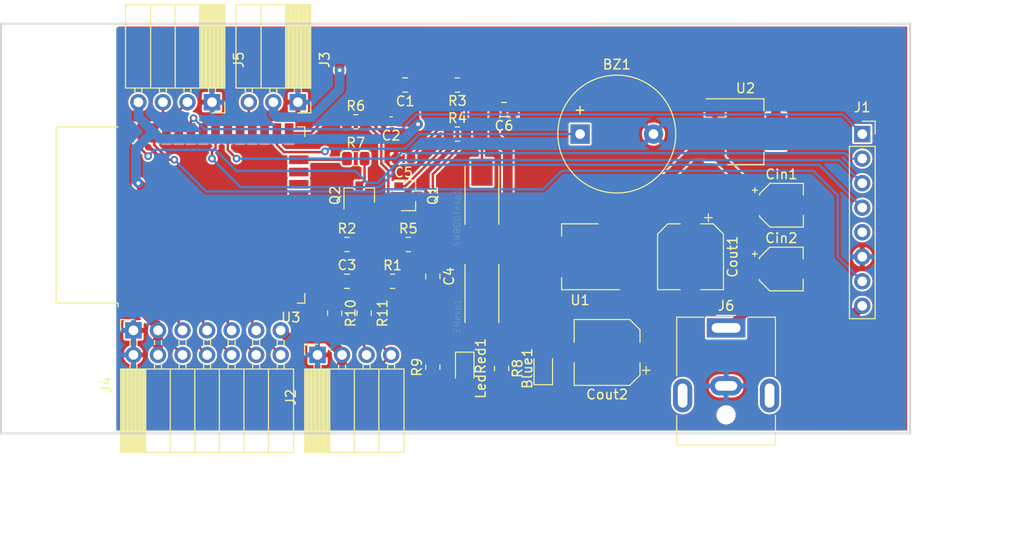
<source format=kicad_pcb>
(kicad_pcb (version 20171130) (host pcbnew "(5.1.9)-1")
  (layers (0 F.Cu signal) (31 B.Cu signal) (34 B.Paste user) (35 F.Paste user) (36 B.SilkS user) (37 F.SilkS user) (38 B.Mask user) (39 F.Mask user) (44 Edge.Cuts user))
  (net 0 "")
  (net 1 "Net-(Blue1-Pad1)")
  (net 2 /IO13)
  (net 3 /BUZ)
  (net 4 GND)
  (net 5 +3V3)
  (net 6 /esp32-wroom/EN)
  (net 7 "Net-(C4-Pad1)")
  (net 8 "Net-(C5-Pad1)")
  (net 9 +12V)
  (net 10 +5V)
  (net 11 /SDAspi)
  (net 12 /SCK)
  (net 13 /MOSI)
  (net 14 /MISO)
  (net 15 "Net-(J1-Pad5)")
  (net 16 /RST)
  (net 17 /SDAi2c)
  (net 18 /SCLi2c)
  (net 19 /OBS)
  (net 20 /IO27)
  (net 21 /IO32)
  (net 22 /IO15)
  (net 23 /IO33)
  (net 24 /IO16)
  (net 25 /IO34)
  (net 26 /IO17)
  (net 27 /IO35)
  (net 28 /IO25)
  (net 29 /sensVP)
  (net 30 /IO26)
  (net 31 /sensVN)
  (net 32 /RXD0)
  (net 33 /TXD0)
  (net 34 "Net-(LedRed1-Pad2)")
  (net 35 "Net-(Q1-Pad3)")
  (net 36 "Net-(Q1-Pad1)")
  (net 37 "Net-(Q2-Pad1)")
  (net 38 "Net-(Q2-Pad3)")
  (net 39 "Net-(U3-Pad17)")
  (net 40 "Net-(U3-Pad18)")
  (net 41 "Net-(U3-Pad19)")
  (net 42 "Net-(U3-Pad20)")
  (net 43 "Net-(U3-Pad21)")
  (net 44 "Net-(U3-Pad22)")
  (net 45 /esp32-wroom/IO2)
  (net 46 /esp32-wroom/IO0)
  (net 47 "Net-(U3-Pad32)")
  (net 48 "Net-(U2-Pad2)")
  (module Connector_PinSocket_2.54mm:PinSocket_1x03_P2.54mm_Horizontal (layer F.Cu) (at 59.69 89.408 270)
    (fp_text reference J3 (at -4.38 -2.77 90) (layer F.SilkS))
    (fp_text value Conn_01x03)
    (pad 3 thru_hole oval (at 0 5.08 270) (size 1.7 1.7) (drill 1) (layers *.Cu *.Mask) (net 19 /OBS))
    (pad 2 thru_hole oval (at 0 2.54 270) (size 1.7 1.7) (drill 1) (layers *.Cu *.Mask) (net 10 +5V))
    (pad 1 thru_hole rect (at 0 0 270) (size 1.7 1.7) (drill 1) (layers *.Cu *.Mask) (net 4 GND))
  )
  (module Connector_PinSocket_2.54mm:PinSocket_1x04_P2.54mm_Horizontal (layer F.Cu) (at 50.8 89.408 270)
    (fp_text reference J5 (at -4.38 -2.77 90) (layer F.SilkS))
    (fp_text value Conn_01x04)
    (pad 4 thru_hole oval (at 0 7.62 270) (size 1.7 1.7) (drill 1) (layers *.Cu *.Mask) (net 5 +3V3))
    (pad 3 thru_hole oval (at 0 5.08 270) (size 1.7 1.7) (drill 1) (layers *.Cu *.Mask) (net 33 /TXD0))
    (pad 2 thru_hole oval (at 0 2.54 270) (size 1.7 1.7) (drill 1) (layers *.Cu *.Mask) (net 32 /RXD0))
    (pad 1 thru_hole rect (at 0 0 270) (size 1.7 1.7) (drill 1) (layers *.Cu *.Mask) (net 4 GND))
  )
  (module Connector_PinSocket_2.54mm:PinSocket_1x04_P2.54mm_Horizontal (layer F.Cu) (at 61.722 115.57 90)
    (fp_text reference J2 (at -4.38 -2.77 90) (layer F.SilkS))
    (fp_text value Conn_01x04_MountingPin)
    (pad 4 thru_hole oval (at 0 7.62 90) (size 1.7 1.7) (drill 1) (layers *.Cu *.Mask) (net 18 /SCLi2c))
    (pad 3 thru_hole oval (at 0 5.08 90) (size 1.7 1.7) (drill 1) (layers *.Cu *.Mask) (net 17 /SDAi2c))
    (pad 2 thru_hole oval (at 0 2.54 90) (size 1.7 1.7) (drill 1) (layers *.Cu *.Mask) (net 10 +5V))
    (pad 1 thru_hole rect (at 0 0 90) (size 1.7 1.7) (drill 1) (layers *.Cu *.Mask) (net 4 GND))
  )
  (module Connector_PinSocket_2.54mm:PinSocket_2x07_P2.54mm_Horizontal (layer F.Cu) (at 42.672 113.03 90)
    (fp_text reference J4 (at -5.65 -2.77 90) (layer F.SilkS))
    (fp_text value Conn_2Rows-15Pins)
    (pad 14 thru_hole oval (at -2.54 15.24 90) (size 1.7 1.7) (drill 1) (layers *.Cu *.Mask) (net 20 /IO27))
    (pad 13 thru_hole oval (at 0 15.24 90) (size 1.7 1.7) (drill 1) (layers *.Cu *.Mask) (net 10 +5V))
    (pad 12 thru_hole oval (at -2.54 12.7 90) (size 1.7 1.7) (drill 1) (layers *.Cu *.Mask) (net 28 /IO25))
    (pad 11 thru_hole oval (at 0 12.7 90) (size 1.7 1.7) (drill 1) (layers *.Cu *.Mask) (net 30 /IO26))
    (pad 10 thru_hole oval (at -2.54 10.16 90) (size 1.7 1.7) (drill 1) (layers *.Cu *.Mask) (net 21 /IO32))
    (pad 9 thru_hole oval (at 0 10.16 90) (size 1.7 1.7) (drill 1) (layers *.Cu *.Mask) (net 23 /IO33))
    (pad 8 thru_hole oval (at -2.54 7.62 90) (size 1.7 1.7) (drill 1) (layers *.Cu *.Mask) (net 25 /IO34))
    (pad 7 thru_hole oval (at 0 7.62 90) (size 1.7 1.7) (drill 1) (layers *.Cu *.Mask) (net 27 /IO35))
    (pad 6 thru_hole oval (at -2.54 5.08 90) (size 1.7 1.7) (drill 1) (layers *.Cu *.Mask) (net 29 /sensVP))
    (pad 5 thru_hole oval (at 0 5.08 90) (size 1.7 1.7) (drill 1) (layers *.Cu *.Mask) (net 31 /sensVN))
    (pad 4 thru_hole oval (at -2.54 2.54 90) (size 1.7 1.7) (drill 1) (layers *.Cu *.Mask) (net 5 +3V3))
    (pad 3 thru_hole oval (at 0 2.54 90) (size 1.7 1.7) (drill 1) (layers *.Cu *.Mask) (net 5 +3V3))
    (pad 2 thru_hole oval (at -2.54 0 90) (size 1.7 1.7) (drill 1) (layers *.Cu *.Mask) (net 4 GND))
    (pad 1 thru_hole rect (at 0 0 90) (size 1.7 1.7) (drill 1) (layers *.Cu *.Mask) (net 4 GND))
  )
  (module Connector_BarrelJack:BarrelJack_CUI_PJ-063AH_Horizontal (layer F.Cu) (at 104.013 112.776)
    (fp_text reference J6 (at 0 -2.3) (layer F.SilkS))
    (fp_text value Conn_01x02)
    (pad "" np_thru_hole circle (at 0 9) (size 1.6 1.6) (drill 1.6) (layers *.Cu *.Mask))
    (pad MP thru_hole oval (at 4.5 7) (size 2 3.5) (drill oval 1 2.5) (layers *.Cu *.Mask))
    (pad MP thru_hole oval (at -4.5 7) (size 2 3.5) (drill oval 1 2.5) (layers *.Cu *.Mask))
    (pad 2 thru_hole oval (at 0 6) (size 3.3 2) (drill oval 2.3 1) (layers *.Cu *.Mask) (net 4 GND))
    (pad 1 thru_hole rect (at 0 0) (size 4 2) (drill oval 3 1) (layers *.Cu *.Mask) (net 9 +12V))
  )
  (module Package_TO_SOT_SMD:SOT-223 (layer F.Cu) (at 106.02 92.47)
    (fp_text reference U2 (at 0 -4.5) (layer F.SilkS))
    (fp_text value TLV1117-50)
    (pad 4 smd rect (at 3.15 0) (size 2 3.8) (layers F.Cu F.Paste F.Mask) (net 10 +5V))
    (pad 2 smd rect (at -3.15 0) (size 2 1.5) (layers F.Cu F.Paste F.Mask) (net 48 "Net-(U2-Pad2)"))
    (pad 3 smd rect (at -3.15 2.3) (size 2 1.5) (layers F.Cu F.Paste F.Mask) (net 9 +12V))
    (pad 1 smd rect (at -3.15 -2.3) (size 2 1.5) (layers F.Cu F.Paste F.Mask) (net 4 GND))
  )
  (module RF_Module:ESP32-WROOM-32 (layer F.Cu) (at 50.53 101.085 90)
    (fp_text reference U3 (at -10.61 8.43) (layer F.SilkS))
    (fp_text value ESP32-WROOM-32)
    (pad 39 smd rect (at -1 -0.755 90) (size 5 5) (layers F.Cu F.Paste F.Mask) (net 4 GND))
    (pad 1 smd rect (at -8.5 -8.255 90) (size 2 0.9) (layers F.Cu F.Paste F.Mask) (net 4 GND))
    (pad 2 smd rect (at -8.5 -6.985 90) (size 2 0.9) (layers F.Cu F.Paste F.Mask) (net 5 +3V3))
    (pad 3 smd rect (at -8.5 -5.715 90) (size 2 0.9) (layers F.Cu F.Paste F.Mask) (net 6 /esp32-wroom/EN))
    (pad 4 smd rect (at -8.5 -4.445 90) (size 2 0.9) (layers F.Cu F.Paste F.Mask) (net 29 /sensVP))
    (pad 5 smd rect (at -8.5 -3.175 90) (size 2 0.9) (layers F.Cu F.Paste F.Mask) (net 31 /sensVN))
    (pad 6 smd rect (at -8.5 -1.905 90) (size 2 0.9) (layers F.Cu F.Paste F.Mask) (net 25 /IO34))
    (pad 7 smd rect (at -8.5 -0.635 90) (size 2 0.9) (layers F.Cu F.Paste F.Mask) (net 27 /IO35))
    (pad 8 smd rect (at -8.5 0.635 90) (size 2 0.9) (layers F.Cu F.Paste F.Mask) (net 21 /IO32))
    (pad 9 smd rect (at -8.5 1.905 90) (size 2 0.9) (layers F.Cu F.Paste F.Mask) (net 23 /IO33))
    (pad 10 smd rect (at -8.5 3.175 90) (size 2 0.9) (layers F.Cu F.Paste F.Mask) (net 28 /IO25))
    (pad 11 smd rect (at -8.5 4.445 90) (size 2 0.9) (layers F.Cu F.Paste F.Mask) (net 30 /IO26))
    (pad 12 smd rect (at -8.5 5.715 90) (size 2 0.9) (layers F.Cu F.Paste F.Mask) (net 20 /IO27))
    (pad 13 smd rect (at -8.5 6.985 90) (size 2 0.9) (layers F.Cu F.Paste F.Mask) (net 18 /SCLi2c))
    (pad 14 smd rect (at -8.5 8.255 90) (size 2 0.9) (layers F.Cu F.Paste F.Mask) (net 17 /SDAi2c))
    (pad 15 smd rect (at -5.715 9.255 180) (size 2 0.9) (layers F.Cu F.Paste F.Mask) (net 4 GND))
    (pad 16 smd rect (at -4.445 9.255 180) (size 2 0.9) (layers F.Cu F.Paste F.Mask) (net 2 /IO13))
    (pad 17 smd rect (at -3.175 9.255 180) (size 2 0.9) (layers F.Cu F.Paste F.Mask) (net 39 "Net-(U3-Pad17)"))
    (pad 18 smd rect (at -1.905 9.255 180) (size 2 0.9) (layers F.Cu F.Paste F.Mask) (net 40 "Net-(U3-Pad18)"))
    (pad 19 smd rect (at -0.635 9.255 180) (size 2 0.9) (layers F.Cu F.Paste F.Mask) (net 41 "Net-(U3-Pad19)"))
    (pad 20 smd rect (at 0.635 9.255 180) (size 2 0.9) (layers F.Cu F.Paste F.Mask) (net 42 "Net-(U3-Pad20)"))
    (pad 21 smd rect (at 1.905 9.255 180) (size 2 0.9) (layers F.Cu F.Paste F.Mask) (net 43 "Net-(U3-Pad21)"))
    (pad 22 smd rect (at 3.175 9.255 180) (size 2 0.9) (layers F.Cu F.Paste F.Mask) (net 44 "Net-(U3-Pad22)"))
    (pad 23 smd rect (at 4.445 9.255 180) (size 2 0.9) (layers F.Cu F.Paste F.Mask) (net 22 /IO15))
    (pad 24 smd rect (at 5.715 9.255 180) (size 2 0.9) (layers F.Cu F.Paste F.Mask) (net 45 /esp32-wroom/IO2))
    (pad 25 smd rect (at 8.5 8.255 90) (size 2 0.9) (layers F.Cu F.Paste F.Mask) (net 46 /esp32-wroom/IO0))
    (pad 26 smd rect (at 8.5 6.985 90) (size 2 0.9) (layers F.Cu F.Paste F.Mask) (net 3 /BUZ))
    (pad 27 smd rect (at 8.5 5.715 90) (size 2 0.9) (layers F.Cu F.Paste F.Mask) (net 24 /IO16))
    (pad 28 smd rect (at 8.5 4.445 90) (size 2 0.9) (layers F.Cu F.Paste F.Mask) (net 26 /IO17))
    (pad 29 smd rect (at 8.5 3.175 90) (size 2 0.9) (layers F.Cu F.Paste F.Mask) (net 19 /OBS))
    (pad 30 smd rect (at 8.5 1.905 90) (size 2 0.9) (layers F.Cu F.Paste F.Mask) (net 12 /SCK))
    (pad 31 smd rect (at 8.5 0.635 90) (size 2 0.9) (layers F.Cu F.Paste F.Mask) (net 14 /MISO))
    (pad 32 smd rect (at 8.5 -0.635 90) (size 2 0.9) (layers F.Cu F.Paste F.Mask) (net 47 "Net-(U3-Pad32)"))
    (pad 33 smd rect (at 8.5 -1.905 90) (size 2 0.9) (layers F.Cu F.Paste F.Mask) (net 11 /SDAspi))
    (pad 34 smd rect (at 8.5 -3.175 90) (size 2 0.9) (layers F.Cu F.Paste F.Mask) (net 32 /RXD0))
    (pad 35 smd rect (at 8.5 -4.445 90) (size 2 0.9) (layers F.Cu F.Paste F.Mask) (net 33 /TXD0))
    (pad 36 smd rect (at 8.5 -5.715 90) (size 2 0.9) (layers F.Cu F.Paste F.Mask) (net 16 /RST))
    (pad 37 smd rect (at 8.5 -6.985 90) (size 2 0.9) (layers F.Cu F.Paste F.Mask) (net 13 /MOSI))
    (pad 38 smd rect (at 8.5 -8.255 90) (size 2 0.9) (layers F.Cu F.Paste F.Mask) (net 4 GND))
  )
  (module Resistor_SMD:R_0805_2012Metric (layer F.Cu) (at 65.6825 95.25)
    (fp_text reference R7 (at 0 -1.65) (layer F.SilkS))
    (fp_text value 0R)
    (pad 2 smd roundrect (at 0.9125 0) (size 1.025 1.4) (layers F.Cu F.Paste F.Mask) (roundrect_rratio 0.2439014634146341) (net 38 "Net-(Q2-Pad3)"))
    (pad 1 smd roundrect (at -0.9125 0) (size 1.025 1.4) (layers F.Cu F.Paste F.Mask) (roundrect_rratio 0.2439014634146341) (net 45 /esp32-wroom/IO2))
  )
  (module Resistor_SMD:R_0805_2012Metric (layer F.Cu) (at 65.6825 91.44)
    (fp_text reference R6 (at 0 -1.65) (layer F.SilkS))
    (fp_text value 0R)
    (pad 2 smd roundrect (at 0.9125 0) (size 1.025 1.4) (layers F.Cu F.Paste F.Mask) (roundrect_rratio 0.2439014634146341) (net 35 "Net-(Q1-Pad3)"))
    (pad 1 smd roundrect (at -0.9125 0) (size 1.025 1.4) (layers F.Cu F.Paste F.Mask) (roundrect_rratio 0.2439014634146341) (net 46 /esp32-wroom/IO0))
  )
  (module Resistor_SMD:R_0805_2012Metric (layer F.Cu) (at 64.77 104.14)
    (fp_text reference R2 (at 0 -1.65) (layer F.SilkS))
    (fp_text value 0R)
    (pad 2 smd roundrect (at 0.9125 0) (size 1.025 1.4) (layers F.Cu F.Paste F.Mask) (roundrect_rratio 0.2439014634146341) (net 7 "Net-(C4-Pad1)"))
    (pad 1 smd roundrect (at -0.9125 0) (size 1.025 1.4) (layers F.Cu F.Paste F.Mask) (roundrect_rratio 0.2439014634146341) (net 6 /esp32-wroom/EN))
  )
  (module Connector_PinSocket_2.54mm:PinSocket_1x08_P2.54mm_Vertical (layer F.Cu) (at 118.11 92.71)
    (fp_text reference J1 (at 0 -2.77) (layer F.SilkS))
    (fp_text value Conn_01x08_RC522)
    (pad 8 thru_hole oval (at 0 17.78) (size 1.7 1.7) (drill 1) (layers *.Cu *.Mask) (net 5 +3V3))
    (pad 7 thru_hole oval (at 0 15.24) (size 1.7 1.7) (drill 1) (layers *.Cu *.Mask) (net 16 /RST))
    (pad 6 thru_hole oval (at 0 12.7) (size 1.7 1.7) (drill 1) (layers *.Cu *.Mask) (net 4 GND))
    (pad 5 thru_hole oval (at 0 10.16) (size 1.7 1.7) (drill 1) (layers *.Cu *.Mask) (net 15 "Net-(J1-Pad5)"))
    (pad 4 thru_hole oval (at 0 7.62) (size 1.7 1.7) (drill 1) (layers *.Cu *.Mask) (net 14 /MISO))
    (pad 3 thru_hole oval (at 0 5.08) (size 1.7 1.7) (drill 1) (layers *.Cu *.Mask) (net 13 /MOSI))
    (pad 2 thru_hole oval (at 0 2.54) (size 1.7 1.7) (drill 1) (layers *.Cu *.Mask) (net 12 /SCK))
    (pad 1 thru_hole rect (at 0 0) (size 1.7 1.7) (drill 1) (layers *.Cu *.Mask) (net 11 /SDAspi))
  )
  (module LED_SMD:LED_0805_2012Metric (layer F.Cu) (at 85.09 116.967 90)
    (fp_text reference Blue1 (at 0 -1.65 90) (layer F.SilkS))
    (fp_text value LED_Small)
    (pad 1 smd roundrect (at -0.9375 0 90) (size 0.975 1.4) (layers F.Cu F.Paste F.Mask) (net 1 "Net-(Blue1-Pad1)"))
    (pad 2 smd roundrect (at 0.9375 0 90) (size 0.975 1.4) (layers F.Cu F.Paste F.Mask) (net 2 /IO13))
  )
  (module Buzzer_Beeper:Buzzer_12x9.5RM7.6 (layer F.Cu) (at 88.9 92.71)
    (fp_text reference BZ1 (at 3.8 -7.2) (layer F.SilkS))
    (fp_text value Buzzer)
    (fp_text user + (at -0.01 -2.54) (layer F.SilkS))
    (pad 1 thru_hole rect (at 0 0) (size 2 2) (drill 1) (layers *.Cu *.Mask) (net 3 /BUZ))
    (pad 2 thru_hole circle (at 7.6 0) (size 2 2) (drill 1) (layers *.Cu *.Mask) (net 4 GND))
  )
  (module Capacitor_SMD:C_0805_2012Metric (layer F.Cu) (at 70.8 87.63 180)
    (fp_text reference C1 (at 0 -1.68) (layer F.SilkS))
    (fp_text value 0.1uF)
    (pad 1 smd roundrect (at -0.95 0 180) (size 1 1.45) (layers F.Cu F.Paste F.Mask) (net 5 +3V3))
    (pad 2 smd roundrect (at 0.95 0 180) (size 1 1.45) (layers F.Cu F.Paste F.Mask) (net 4 GND))
  )
  (module Capacitor_SMD:C_0603_1608Metric (layer F.Cu) (at 69.342 91.44 180)
    (fp_text reference C2 (at 0 -1.43) (layer F.SilkS))
    (fp_text value 10uF)
    (pad 1 smd roundrect (at -0.775 0 180) (size 0.9 0.95) (layers F.Cu F.Paste F.Mask) (net 5 +3V3))
    (pad 2 smd roundrect (at 0.775 0 180) (size 0.9 0.95) (layers F.Cu F.Paste F.Mask) (net 4 GND))
  )
  (module Capacitor_SMD:C_0805_2012Metric (layer F.Cu) (at 64.77 107.95)
    (fp_text reference C3 (at 0 -1.68) (layer F.SilkS))
    (fp_text value 1uF)
    (pad 2 smd roundrect (at 0.95 0) (size 1 1.45) (layers F.Cu F.Paste F.Mask) (net 4 GND))
    (pad 1 smd roundrect (at -0.95 0) (size 1 1.45) (layers F.Cu F.Paste F.Mask) (net 6 /esp32-wroom/EN))
  )
  (module Capacitor_SMD:C_0805_2012Metric (layer F.Cu) (at 73.66 107.442 270)
    (fp_text reference C4 (at 0 -1.68 90) (layer F.SilkS))
    (fp_text value 0.1uF)
    (pad 1 smd roundrect (at -0.95 0 270) (size 1 1.45) (layers F.Cu F.Paste F.Mask) (net 7 "Net-(C4-Pad1)"))
    (pad 2 smd roundrect (at 0.95 0 270) (size 1 1.45) (layers F.Cu F.Paste F.Mask) (net 4 GND))
  )
  (module Capacitor_SMD:C_0603_1608Metric (layer F.Cu) (at 70.625 95.25 180)
    (fp_text reference C5 (at 0 -1.43) (layer F.SilkS))
    (fp_text value 1nF)
    (pad 2 smd roundrect (at 0.775 0 180) (size 0.9 0.95) (layers F.Cu F.Paste F.Mask) (net 4 GND))
    (pad 1 smd roundrect (at -0.775 0 180) (size 0.9 0.95) (layers F.Cu F.Paste F.Mask) (net 8 "Net-(C5-Pad1)"))
  )
  (module Capacitor_SMD:C_0805_2012Metric (layer F.Cu) (at 81.026 90.17 180)
    (fp_text reference C6 (at 0 -1.68) (layer F.SilkS))
    (fp_text value 0.1uF)
    (pad 2 smd roundrect (at 0.95 0 180) (size 1 1.45) (layers F.Cu F.Paste F.Mask) (net 5 +3V3))
    (pad 1 smd roundrect (at -0.95 0 180) (size 1 1.45) (layers F.Cu F.Paste F.Mask) (net 4 GND))
  )
  (module Capacitor_SMD:CP_Elec_4x5.7 (layer F.Cu) (at 109.75 100.076)
    (fp_text reference Cin1 (at 0 -3.2) (layer F.SilkS))
    (fp_text value 10u)
    (pad 2 smd roundrect (at 1.8 0) (size 2.6 1.6) (layers F.Cu F.Paste F.Mask) (roundrect_rratio 0.15625) (net 4 GND))
    (pad 1 smd roundrect (at -1.8 0) (size 2.6 1.6) (layers F.Cu F.Paste F.Mask) (roundrect_rratio 0.15625) (net 9 +12V))
  )
  (module Capacitor_SMD:CP_Elec_4x5.7 (layer F.Cu) (at 109.728 106.68)
    (fp_text reference Cin2 (at 0 -3.2) (layer F.SilkS))
    (fp_text value 10u)
    (pad 1 smd roundrect (at -1.8 0) (size 2.6 1.6) (layers F.Cu F.Paste F.Mask) (roundrect_rratio 0.15625) (net 9 +12V))
    (pad 2 smd roundrect (at 1.8 0) (size 2.6 1.6) (layers F.Cu F.Paste F.Mask) (roundrect_rratio 0.15625) (net 4 GND))
  )
  (module Capacitor_SMD:CP_Elec_6.3x5.9 (layer F.Cu) (at 100.33 105.41 270)
    (fp_text reference Cout1 (at 0 -4.35 90) (layer F.SilkS))
    (fp_text value 100u)
    (pad 2 smd roundrect (at 2.8 0 270) (size 3.5 1.6) (layers F.Cu F.Paste F.Mask) (roundrect_rratio 0.15625) (net 4 GND))
    (pad 1 smd roundrect (at -2.8 0 270) (size 3.5 1.6) (layers F.Cu F.Paste F.Mask) (roundrect_rratio 0.15625) (net 5 +3V3))
  )
  (module Capacitor_SMD:CP_Elec_6.3x5.9 (layer F.Cu) (at 91.694 115.316 180)
    (fp_text reference Cout2 (at 0 -4.35) (layer F.SilkS))
    (fp_text value 100u)
    (pad 1 smd roundrect (at -2.8 0 180) (size 3.5 1.6) (layers F.Cu F.Paste F.Mask) (roundrect_rratio 0.15625) (net 10 +5V))
    (pad 2 smd roundrect (at 2.8 0 180) (size 3.5 1.6) (layers F.Cu F.Paste F.Mask) (roundrect_rratio 0.15625) (net 4 GND))
  )
  (module 147873-1:SW_147873-1 (layer F.Cu) (at 78.74 109.22 90)
    (fp_text reference ENesp1 (at -2.321135 -2.562461 90) (layer F.SilkS) (effects (font (size 0.630773 0.630773) (thickness 0.015))))
    (fp_text value 147873-1)
    (pad 2 smd rect (at 2.4 0 90) (size 2.8 2.2) (layers F.Cu F.Paste F.Mask) (net 7 "Net-(C4-Pad1)"))
    (pad 1 smd rect (at -2.4 0 90) (size 2.8 2.2) (layers F.Cu F.Paste F.Mask) (net 4 GND))
  )
  (module LED_SMD:LED_0805_2012Metric (layer F.Cu) (at 76.962 116.967 270)
    (fp_text reference LedRed1 (at 0 -1.65 90) (layer F.SilkS))
    (fp_text value LED_Small)
    (pad 2 smd roundrect (at 0.9375 0 270) (size 0.975 1.4) (layers F.Cu F.Paste F.Mask) (net 34 "Net-(LedRed1-Pad2)"))
    (pad 1 smd roundrect (at -0.9375 0 270) (size 0.975 1.4) (layers F.Cu F.Paste F.Mask) (net 4 GND))
  )
  (module Package_TO_SOT_SMD:SOT-23 (layer F.Cu) (at 71.12 99.06)
    (fp_text reference Q1 (at 2.54 0 90) (layer F.SilkS))
    (fp_text value BSS138)
    (pad 3 smd rect (at 1 0) (size 0.9 0.8) (layers F.Cu F.Paste F.Mask) (net 35 "Net-(Q1-Pad3)"))
    (pad 2 smd rect (at -1 0.95) (size 0.9 0.8) (layers F.Cu F.Paste F.Mask) (net 4 GND))
    (pad 1 smd rect (at -1 -0.95) (size 0.9 0.8) (layers F.Cu F.Paste F.Mask) (net 36 "Net-(Q1-Pad1)"))
  )
  (module Package_TO_SOT_SMD:SOT-23 (layer F.Cu) (at 66.04 99.06 90)
    (fp_text reference Q2 (at 0 -2.5 90) (layer F.SilkS))
    (fp_text value BSS138)
    (pad 1 smd rect (at -1 -0.95 90) (size 0.9 0.8) (layers F.Cu F.Paste F.Mask) (net 37 "Net-(Q2-Pad1)"))
    (pad 2 smd rect (at -1 0.95 90) (size 0.9 0.8) (layers F.Cu F.Paste F.Mask) (net 4 GND))
    (pad 3 smd rect (at 1 0 90) (size 0.9 0.8) (layers F.Cu F.Paste F.Mask) (net 38 "Net-(Q2-Pad3)"))
  )
  (module Resistor_SMD:R_0805_2012Metric (layer F.Cu) (at 69.4925 107.95)
    (fp_text reference R1 (at 0 -1.65) (layer F.SilkS))
    (fp_text value 10k)
    (pad 2 smd roundrect (at 0.9125 0) (size 1.025 1.4) (layers F.Cu F.Paste F.Mask) (roundrect_rratio 0.2439014634146341) (net 5 +3V3))
    (pad 1 smd roundrect (at -0.9125 0) (size 1.025 1.4) (layers F.Cu F.Paste F.Mask) (roundrect_rratio 0.2439014634146341) (net 6 /esp32-wroom/EN))
  )
  (module Resistor_SMD:R_0805_2012Metric (layer F.Cu) (at 76.2 87.63 180)
    (fp_text reference R3 (at 0 -1.65) (layer F.SilkS))
    (fp_text value 10k)
    (pad 2 smd roundrect (at 0.9125 0 180) (size 1.025 1.4) (layers F.Cu F.Paste F.Mask) (roundrect_rratio 0.2439014634146341) (net 4 GND))
    (pad 1 smd roundrect (at -0.9125 0 180) (size 1.025 1.4) (layers F.Cu F.Paste F.Mask) (roundrect_rratio 0.2439014634146341) (net 8 "Net-(C5-Pad1)"))
  )
  (module Resistor_SMD:R_0805_2012Metric (layer F.Cu) (at 76.2 92.71)
    (fp_text reference R4 (at 0 -1.65) (layer F.SilkS))
    (fp_text value 1k)
    (pad 1 smd roundrect (at -0.9125 0) (size 1.025 1.4) (layers F.Cu F.Paste F.Mask) (roundrect_rratio 0.2439014634146341) (net 36 "Net-(Q1-Pad1)"))
    (pad 2 smd roundrect (at 0.9125 0) (size 1.025 1.4) (layers F.Cu F.Paste F.Mask) (roundrect_rratio 0.2439014634146341) (net 8 "Net-(C5-Pad1)"))
  )
  (module Resistor_SMD:R_0805_2012Metric (layer F.Cu) (at 71.12 104.14)
    (fp_text reference R5 (at 0 -1.65) (layer F.SilkS))
    (fp_text value 1k)
    (pad 1 smd roundrect (at -0.9125 0) (size 1.025 1.4) (layers F.Cu F.Paste F.Mask) (roundrect_rratio 0.2439014634146341) (net 37 "Net-(Q2-Pad1)"))
    (pad 2 smd roundrect (at 0.9125 0) (size 1.025 1.4) (layers F.Cu F.Paste F.Mask) (roundrect_rratio 0.2439014634146341) (net 8 "Net-(C5-Pad1)"))
  )
  (module Resistor_SMD:R_0805_2012Metric (layer F.Cu) (at 80.772 116.967 270)
    (fp_text reference R8 (at 0 -1.65 90) (layer F.SilkS))
    (fp_text value 220)
    (pad 2 smd roundrect (at 0.9125 0 270) (size 1.025 1.4) (layers F.Cu F.Paste F.Mask) (roundrect_rratio 0.2439014634146341) (net 1 "Net-(Blue1-Pad1)"))
    (pad 1 smd roundrect (at -0.9125 0 270) (size 1.025 1.4) (layers F.Cu F.Paste F.Mask) (roundrect_rratio 0.2439014634146341) (net 4 GND))
  )
  (module Resistor_SMD:R_0805_2012Metric (layer F.Cu) (at 73.66 116.84 90)
    (fp_text reference R9 (at 0 -1.65 90) (layer F.SilkS))
    (fp_text value 220)
    (pad 1 smd roundrect (at -0.9125 0 90) (size 1.025 1.4) (layers F.Cu F.Paste F.Mask) (roundrect_rratio 0.2439014634146341) (net 34 "Net-(LedRed1-Pad2)"))
    (pad 2 smd roundrect (at 0.9125 0 90) (size 1.025 1.4) (layers F.Cu F.Paste F.Mask) (roundrect_rratio 0.2439014634146341) (net 10 +5V))
  )
  (module Resistor_SMD:R_0805_2012Metric (layer F.Cu) (at 63.5 111.252 270)
    (fp_text reference R10 (at 0 -1.65 90) (layer F.SilkS))
    (fp_text value 10k)
    (pad 1 smd roundrect (at -0.9125 0 270) (size 1.025 1.4) (layers F.Cu F.Paste F.Mask) (roundrect_rratio 0.2439014634146341) (net 10 +5V))
    (pad 2 smd roundrect (at 0.9125 0 270) (size 1.025 1.4) (layers F.Cu F.Paste F.Mask) (roundrect_rratio 0.2439014634146341) (net 17 /SDAi2c))
  )
  (module Resistor_SMD:R_0805_2012Metric (layer F.Cu) (at 66.548 111.252 90)
    (fp_text reference R11 (at 0 1.905 90) (layer F.SilkS))
    (fp_text value 10k)
    (pad 2 smd roundrect (at 0.9125 0 90) (size 1.025 1.4) (layers F.Cu F.Paste F.Mask) (roundrect_rratio 0.2439014634146341) (net 10 +5V))
    (pad 1 smd roundrect (at -0.9125 0 90) (size 1.025 1.4) (layers F.Cu F.Paste F.Mask) (roundrect_rratio 0.2439014634146341) (net 18 /SCLi2c))
  )
  (module 147873-1:SW_147873-1 (layer F.Cu) (at 78.74 99.06 90)
    (fp_text reference SWBOOTesp1 (at -2.321135 -2.562461 90) (layer F.SilkS) (effects (font (size 0.630773 0.630773) (thickness 0.015))))
    (fp_text value 147873-1)
    (pad 1 smd rect (at -2.4 0 90) (size 2.8 2.2) (layers F.Cu F.Paste F.Mask) (net 5 +3V3))
    (pad 2 smd rect (at 2.4 0 90) (size 2.8 2.2) (layers F.Cu F.Paste F.Mask) (net 8 "Net-(C5-Pad1)"))
  )
  (module Package_TO_SOT_SMD:SOT-223 (layer F.Cu) (at 88.9 105.41 180)
    (fp_text reference U1 (at 0 -4.5) (layer F.SilkS))
    (fp_text value TLV1117-33)
    (pad 1 smd rect (at -3.15 -2.3 180) (size 2 1.5) (layers F.Cu F.Paste F.Mask) (net 4 GND))
    (pad 3 smd rect (at -3.15 2.3 180) (size 2 1.5) (layers F.Cu F.Paste F.Mask) (net 9 +12V))
    (pad 2 smd rect (at -3.15 0 180) (size 2 1.5) (layers F.Cu F.Paste F.Mask) (net 5 +3V3))
    (pad 4 smd rect (at 3.15 0 180) (size 2 3.8) (layers F.Cu F.Paste F.Mask) (net 5 +3V3))
  )
  (gr_line (start 123.063 123.698) (end 121.412 123.698) (layer Edge.Cuts) (width 0.2))
  (gr_line (start 123.063 81.28) (end 121.412 81.28) (layer Edge.Cuts) (width 0.2))
  (gr_line (start 123.063 83.312) (end 123.063 81.28) (layer Edge.Cuts) (width 0.2))
  (gr_line (start 28.956 81.28) (end 28.956 83.312) (layer Edge.Cuts) (width 0.2))
  (gr_line (start 47.371 81.28) (end 121.412 81.28) (layer Edge.Cuts) (width 0.2))
  (gr_line (start 28.956 81.28) (end 47.371 81.28) (layer Edge.Cuts) (width 0.2))
  (gr_line (start 123.063 83.312) (end 123.063 123.698) (layer Edge.Cuts) (width 0.2))
  (gr_line (start 28.956 123.698) (end 28.956 83.312) (layer Edge.Cuts) (width 0.2))
  (gr_line (start 121.412 123.698) (end 28.956 123.698) (layer Edge.Cuts) (width 0.2))
  (segment (start 85.065 117.8795) (end 85.09 117.9045) (width 0.25) (layer F.Cu) (net 1))
  (segment (start 80.772 117.8795) (end 85.065 117.8795) (width 0.25) (layer F.Cu) (net 1))
  (segment (start 63.35682 103.11499) (end 60.94181 105.53) (width 0.25) (layer F.Cu) (net 2))
  (segment (start 60.94181 105.53) (end 59.785 105.53) (width 0.25) (layer F.Cu) (net 2))
  (segment (start 64.35818 103.11499) (end 63.35682 103.11499) (width 0.25) (layer F.Cu) (net 2))
  (segment (start 64.69501 104.82818) (end 64.69501 103.45182) (width 0.25) (layer F.Cu) (net 2))
  (segment (start 65.72684 105.86001) (end 64.69501 104.82818) (width 0.25) (layer F.Cu) (net 2))
  (segment (start 64.69501 103.45182) (end 64.35818 103.11499) (width 0.25) (layer F.Cu) (net 2))
  (segment (start 68.0157 105.86001) (end 65.72684 105.86001) (width 0.25) (layer F.Cu) (net 2))
  (segment (start 69.56749 107.4118) (end 68.0157 105.86001) (width 0.25) (layer F.Cu) (net 2))
  (segment (start 69.56749 109.19149) (end 69.56749 107.4118) (width 0.25) (layer F.Cu) (net 2))
  (segment (start 75.065989 114.545011) (end 74.9935 114.6175) (width 0.25) (layer F.Cu) (net 2))
  (segment (start 83.605511 114.545011) (end 75.065989 114.545011) (width 0.25) (layer F.Cu) (net 2))
  (segment (start 85.09 116.0295) (end 83.605511 114.545011) (width 0.25) (layer F.Cu) (net 2))
  (segment (start 74.9935 114.6175) (end 69.56749 109.19149) (width 0.25) (layer F.Cu) (net 2))
  (segment (start 62.423698 94.576862) (end 62.49828 94.50228) (width 0.25) (layer F.Cu) (net 3))
  (segment (start 57.515 93.835) (end 58.256862 94.576862) (width 0.25) (layer F.Cu) (net 3))
  (segment (start 57.515 92.585) (end 57.515 93.835) (width 0.25) (layer F.Cu) (net 3))
  (via (at 62.49828 94.50228) (size 0.8) (drill 0.4) (layers F.Cu B.Cu) (net 3))
  (segment (start 58.256862 94.576862) (end 62.423698 94.576862) (width 0.25) (layer F.Cu) (net 3))
  (segment (start 62.76656 94.234) (end 62.49828 94.50228) (width 0.25) (layer B.Cu) (net 3))
  (segment (start 70.762741 94.234) (end 62.76656 94.234) (width 0.25) (layer B.Cu) (net 3))
  (segment (start 72.286741 92.71) (end 70.762741 94.234) (width 0.25) (layer B.Cu) (net 3))
  (segment (start 88.9 92.71) (end 72.286741 92.71) (width 0.25) (layer B.Cu) (net 3))
  (segment (start 70.12 100.01) (end 70.165 100.01) (width 1) (layer F.Cu) (net 4))
  (segment (start 81.42 101.46) (end 78.74 101.46) (width 1) (layer F.Cu) (net 5))
  (via (at 43.18 97.79) (size 0.8) (drill 0.4) (layers F.Cu B.Cu) (net 5))
  (segment (start 43.545 98.155) (end 43.545 109.585) (width 1) (layer F.Cu) (net 5))
  (segment (start 43.18 97.79) (end 43.545 98.155) (width 1) (layer F.Cu) (net 5))
  (segment (start 82.69 101.46) (end 81.42 101.46) (width 1) (layer F.Cu) (net 5))
  (segment (start 83.185 105.41) (end 82.69 104.915) (width 1) (layer F.Cu) (net 5))
  (segment (start 85.75 105.41) (end 83.185 105.41) (width 1) (layer F.Cu) (net 5))
  (segment (start 82.69 104.915) (end 82.69 101.46) (width 1) (layer F.Cu) (net 5))
  (segment (start 92.05 105.41) (end 93.345 105.41) (width 1) (layer F.Cu) (net 5))
  (segment (start 96.145 102.61) (end 100.33 102.61) (width 1) (layer F.Cu) (net 5))
  (segment (start 93.345 105.41) (end 96.145 102.61) (width 1) (layer F.Cu) (net 5))
  (segment (start 43.545 110.942998) (end 45.212 112.609998) (width 1) (layer F.Cu) (net 5))
  (segment (start 45.212 112.609998) (end 45.212 113.03) (width 1) (layer F.Cu) (net 5))
  (segment (start 43.545 109.585) (end 43.545 110.942998) (width 1) (layer F.Cu) (net 5))
  (segment (start 45.212 113.03) (end 45.212 115.57) (width 1) (layer F.Cu) (net 5))
  (segment (start 82.69 111.430002) (end 82.69 104.915) (width 1) (layer F.Cu) (net 5))
  (segment (start 80.400001 113.720001) (end 82.69 111.430002) (width 1) (layer F.Cu) (net 5))
  (segment (start 76.128001 113.720001) (end 80.400001 113.720001) (width 1) (layer F.Cu) (net 5))
  (segment (start 70.405 107.997) (end 76.128001 113.720001) (width 1) (layer F.Cu) (net 5))
  (segment (start 70.405 107.95) (end 70.405 107.997) (width 1) (layer F.Cu) (net 5))
  (segment (start 43.18 89.408) (end 42.926 89.662) (width 1) (layer B.Cu) (net 5))
  (segment (start 80.01 92.964) (end 81.42 94.374) (width 1) (layer F.Cu) (net 5))
  (segment (start 81.42 94.374) (end 81.42 101.46) (width 1) (layer F.Cu) (net 5))
  (segment (start 80.01 90.236) (end 80.076 90.17) (width 1) (layer F.Cu) (net 5))
  (segment (start 80.01 92.964) (end 80.01 90.236) (width 1) (layer F.Cu) (net 5))
  (via (at 72.136 91.694) (size 0.8) (drill 0.4) (layers F.Cu B.Cu) (net 5))
  (segment (start 71.75 91.308) (end 72.136 91.694) (width 1) (layer F.Cu) (net 5))
  (segment (start 71.75 87.63) (end 71.75 91.308) (width 1) (layer F.Cu) (net 5))
  (segment (start 71.618 91.44) (end 71.75 91.308) (width 1) (layer F.Cu) (net 5))
  (segment (start 70.117 91.44) (end 71.618 91.44) (width 1) (layer F.Cu) (net 5))
  (segment (start 43.18 90.932) (end 44.958 92.71) (width 1) (layer B.Cu) (net 5))
  (segment (start 43.18 89.408) (end 43.18 90.932) (width 1) (layer B.Cu) (net 5))
  (segment (start 42.926 97.536) (end 43.18 97.79) (width 1) (layer B.Cu) (net 5))
  (segment (start 42.926 94.234) (end 42.926 97.536) (width 1) (layer B.Cu) (net 5))
  (segment (start 44.45 92.71) (end 42.926 94.234) (width 1) (layer B.Cu) (net 5))
  (segment (start 44.958 92.71) (end 44.45 92.71) (width 1) (layer B.Cu) (net 5))
  (segment (start 45.466 93.218) (end 44.958 92.71) (width 1) (layer B.Cu) (net 5))
  (segment (start 70.612 93.218) (end 45.466 93.218) (width 1) (layer B.Cu) (net 5))
  (segment (start 72.136 91.694) (end 70.612 93.218) (width 1) (layer B.Cu) (net 5))
  (segment (start 78.60999 86.22999) (end 73.15001 86.22999) (width 1) (layer F.Cu) (net 5))
  (segment (start 80.076 87.696) (end 78.60999 86.22999) (width 1) (layer F.Cu) (net 5))
  (segment (start 73.15001 86.22999) (end 71.75 87.63) (width 1) (layer F.Cu) (net 5))
  (segment (start 80.076 90.17) (end 80.076 87.696) (width 1) (layer F.Cu) (net 5))
  (segment (start 113.792 114.808) (end 118.11 110.49) (width 1) (layer F.Cu) (net 5))
  (segment (start 98.171 114.808) (end 113.792 114.808) (width 1) (layer F.Cu) (net 5))
  (segment (start 98.171 106.519) (end 98.171 114.808) (width 1) (layer F.Cu) (net 5))
  (segment (start 100.33 104.36) (end 98.171 106.519) (width 1) (layer F.Cu) (net 5))
  (segment (start 100.33 102.61) (end 100.33 104.36) (width 1) (layer F.Cu) (net 5))
  (segment (start 64.87001 106.89999) (end 63.82 107.95) (width 0.25) (layer F.Cu) (net 6))
  (segment (start 67.52999 106.89999) (end 64.87001 106.89999) (width 0.25) (layer F.Cu) (net 6))
  (segment (start 68.58 107.95) (end 67.52999 106.89999) (width 0.25) (layer F.Cu) (net 6))
  (segment (start 63.8575 105.88748) (end 64.87001 106.89999) (width 0.25) (layer F.Cu) (net 6))
  (segment (start 63.8575 104.14) (end 63.8575 105.88748) (width 0.25) (layer F.Cu) (net 6))
  (segment (start 63.566 108.204) (end 63.82 107.95) (width 0.25) (layer F.Cu) (net 6))
  (segment (start 44.946 108.204) (end 63.566 108.204) (width 0.25) (layer F.Cu) (net 6))
  (segment (start 44.815 108.335) (end 44.946 108.204) (width 0.25) (layer F.Cu) (net 6))
  (segment (start 44.815 109.585) (end 44.815 108.335) (width 0.25) (layer F.Cu) (net 6))
  (segment (start 69.342 105.664) (end 71.882 105.664) (width 0.25) (layer F.Cu) (net 7))
  (segment (start 67.818 104.14) (end 69.342 105.664) (width 0.25) (layer F.Cu) (net 7))
  (segment (start 65.6825 104.14) (end 67.818 104.14) (width 0.25) (layer F.Cu) (net 7))
  (segment (start 72.71 106.492) (end 71.882 105.664) (width 0.25) (layer F.Cu) (net 7))
  (segment (start 73.66 106.492) (end 72.71 106.492) (width 0.25) (layer F.Cu) (net 7))
  (segment (start 78.412 106.492) (end 78.74 106.82) (width 0.25) (layer F.Cu) (net 7))
  (segment (start 73.66 106.492) (end 78.412 106.492) (width 0.25) (layer F.Cu) (net 7))
  (segment (start 78.74 94.3375) (end 77.1125 92.71) (width 0.25) (layer F.Cu) (net 8))
  (segment (start 78.74 96.66) (end 78.74 94.3375) (width 0.25) (layer F.Cu) (net 8))
  (segment (start 71.4 95.07181) (end 71.4 95.25) (width 0.25) (layer F.Cu) (net 8))
  (segment (start 74.78682 91.68499) (end 71.4 95.07181) (width 0.25) (layer F.Cu) (net 8))
  (segment (start 76.08749 91.68499) (end 74.78682 91.68499) (width 0.25) (layer F.Cu) (net 8))
  (segment (start 77.1125 92.71) (end 76.08749 91.68499) (width 0.25) (layer F.Cu) (net 8))
  (segment (start 77.1125 93.41) (end 77.1125 92.71) (width 0.25) (layer F.Cu) (net 8))
  (segment (start 73.66 96.8625) (end 77.1125 93.41) (width 0.25) (layer F.Cu) (net 8))
  (segment (start 73.66 102.5125) (end 73.66 96.8625) (width 0.25) (layer F.Cu) (net 8))
  (segment (start 72.0325 104.14) (end 73.66 102.5125) (width 0.25) (layer F.Cu) (net 8))
  (segment (start 77.1125 87.63) (end 77.1125 92.71) (width 0.25) (layer F.Cu) (net 8))
  (segment (start 100.39 94.77) (end 92.05 103.11) (width 1) (layer F.Cu) (net 9))
  (segment (start 102.87 94.77) (end 100.39 94.77) (width 1) (layer F.Cu) (net 9))
  (segment (start 107.95 99.85) (end 102.87 94.77) (width 1) (layer F.Cu) (net 9))
  (segment (start 107.95 100.076) (end 107.95 99.85) (width 1) (layer F.Cu) (net 9))
  (segment (start 107.928 100.098) (end 107.95 100.076) (width 1) (layer F.Cu) (net 9))
  (segment (start 107.928 106.68) (end 107.928 100.098) (width 1) (layer F.Cu) (net 9))
  (segment (start 107.928 106.68) (end 107.928 109.198) (width 1) (layer F.Cu) (net 9))
  (segment (start 104.35 112.776) (end 107.928 109.198) (width 1) (layer F.Cu) (net 9))
  (segment (start 104.013 112.776) (end 104.35 112.776) (width 1) (layer F.Cu) (net 9))
  (segment (start 109.17 92.47) (end 109.17 88.315) (width 1) (layer F.Cu) (net 10))
  (segment (start 109.17 88.315) (end 111.125 86.36) (width 1) (layer F.Cu) (net 10))
  (segment (start 58.761999 113.879999) (end 62.738001 113.879999) (width 1) (layer F.Cu) (net 10))
  (segment (start 57.912 113.03) (end 58.761999 113.879999) (width 1) (layer F.Cu) (net 10))
  (segment (start 66.81727 118.93501) (end 71.05699 118.93501) (width 1) (layer F.Cu) (net 10))
  (segment (start 71.05699 118.93501) (end 71.05699 120.20501) (width 1) (layer F.Cu) (net 10))
  (segment (start 63.5 110.3395) (end 66.548 110.3395) (width 1) (layer F.Cu) (net 10))
  (segment (start 73.61276 115.9275) (end 73.66 115.9275) (width 1) (layer F.Cu) (net 10))
  (segment (start 68.02476 110.3395) (end 73.61276 115.9275) (width 1) (layer F.Cu) (net 10))
  (segment (start 66.548 110.3395) (end 68.02476 110.3395) (width 1) (layer F.Cu) (net 10))
  (segment (start 64.262 115.403998) (end 64.262 115.57) (width 1) (layer F.Cu) (net 10))
  (segment (start 62.738001 113.879999) (end 64.262 115.403998) (width 1) (layer F.Cu) (net 10))
  (segment (start 64.262 115.57) (end 64.262 118.11) (width 1) (layer F.Cu) (net 10))
  (segment (start 65.08701 118.93501) (end 66.81727 118.93501) (width 1) (layer F.Cu) (net 10))
  (segment (start 64.262 118.11) (end 65.08701 118.93501) (width 1) (layer F.Cu) (net 10))
  (segment (start 71.05699 116.90301) (end 71.05699 118.93501) (width 1) (layer F.Cu) (net 10))
  (segment (start 72.0325 115.9275) (end 71.05699 116.90301) (width 1) (layer F.Cu) (net 10))
  (segment (start 73.66 115.9275) (end 72.0325 115.9275) (width 1) (layer F.Cu) (net 10))
  (segment (start 64.008 88.050002) (end 64.008 86.106) (width 1) (layer B.Cu) (net 10))
  (via (at 64.008 86.106) (size 0.8) (drill 0.4) (layers F.Cu B.Cu) (net 10))
  (segment (start 61.100001 90.958001) (end 64.008 88.050002) (width 1) (layer B.Cu) (net 10))
  (segment (start 57.49792 90.958001) (end 61.100001 90.958001) (width 1) (layer B.Cu) (net 10))
  (segment (start 57.15 90.610081) (end 57.49792 90.958001) (width 1) (layer B.Cu) (net 10))
  (segment (start 57.15 89.408) (end 57.15 90.610081) (width 1) (layer B.Cu) (net 10))
  (segment (start 110.49 86.36) (end 111.125 86.36) (width 1) (layer F.Cu) (net 10))
  (segment (start 108.370001 84.240001) (end 110.49 86.36) (width 1) (layer F.Cu) (net 10))
  (segment (start 65.111999 84.240001) (end 108.370001 84.240001) (width 1) (layer F.Cu) (net 10))
  (segment (start 64.008 85.344) (end 65.111999 84.240001) (width 1) (layer F.Cu) (net 10))
  (segment (start 64.008 86.106) (end 64.008 85.344) (width 1) (layer F.Cu) (net 10))
  (segment (start 95.764 116.586) (end 94.494 115.316) (width 1) (layer F.Cu) (net 10))
  (segment (start 117.856 116.586) (end 95.764 116.586) (width 1) (layer F.Cu) (net 10))
  (segment (start 120.61199 113.83001) (end 117.856 116.586) (width 1) (layer F.Cu) (net 10))
  (segment (start 120.61199 87.59199) (end 120.61199 113.83001) (width 1) (layer F.Cu) (net 10))
  (segment (start 119.38 86.36) (end 120.61199 87.59199) (width 1) (layer F.Cu) (net 10))
  (segment (start 111.125 86.36) (end 119.38 86.36) (width 1) (layer F.Cu) (net 10))
  (segment (start 95.764 118.358) (end 93.91699 120.20501) (width 1) (layer F.Cu) (net 10))
  (segment (start 95.764 116.586) (end 95.764 118.358) (width 1) (layer F.Cu) (net 10))
  (segment (start 93.91699 120.20501) (end 71.05699 120.20501) (width 1) (layer F.Cu) (net 10))
  (via (at 48.898 91.062) (size 0.8) (drill 0.4) (layers F.Cu B.Cu) (net 11))
  (segment (start 48.625 92.585) (end 48.625 91.335) (width 0.25) (layer F.Cu) (net 11))
  (segment (start 48.625 91.335) (end 48.898 91.062) (width 0.25) (layer F.Cu) (net 11))
  (segment (start 116.078 90.678) (end 118.11 92.71) (width 0.25) (layer B.Cu) (net 11))
  (segment (start 71.98526 90.678) (end 116.078 90.678) (width 0.25) (layer B.Cu) (net 11))
  (segment (start 70.46126 92.202) (end 71.98526 90.678) (width 0.25) (layer B.Cu) (net 11))
  (segment (start 50.038 92.202) (end 70.46126 92.202) (width 0.25) (layer B.Cu) (net 11))
  (segment (start 48.898 91.062) (end 50.038 92.202) (width 0.25) (layer B.Cu) (net 11))
  (via (at 53.34 95.25) (size 0.8) (drill 0.4) (layers F.Cu B.Cu) (net 12))
  (segment (start 52.435 94.345) (end 53.34 95.25) (width 0.25) (layer F.Cu) (net 12))
  (segment (start 52.435 92.585) (end 52.435 94.345) (width 0.25) (layer F.Cu) (net 12))
  (segment (start 69.812756 95.25) (end 70.378746 94.684011) (width 0.25) (layer B.Cu) (net 12))
  (segment (start 53.34 95.25) (end 69.812756 95.25) (width 0.25) (layer B.Cu) (net 12))
  (segment (start 116.34193 94.684011) (end 116.907919 95.25) (width 0.25) (layer B.Cu) (net 12))
  (segment (start 70.378746 94.684011) (end 116.34193 94.684011) (width 0.25) (layer B.Cu) (net 12))
  (segment (start 116.907919 95.25) (end 118.11 95.25) (width 0.25) (layer B.Cu) (net 12))
  (segment (start 43.545 92.585) (end 43.545 94.344996) (width 0.25) (layer F.Cu) (net 13))
  (segment (start 43.545 94.344996) (end 44.196004 94.996) (width 0.25) (layer F.Cu) (net 13))
  (via (at 44.196004 94.996) (size 0.8) (drill 0.4) (layers F.Cu B.Cu) (net 13))
  (segment (start 51.162001 94.342001) (end 44.850003 94.342001) (width 0.25) (layer B.Cu) (net 13))
  (segment (start 70.296865 95.402302) (end 67.935652 97.763515) (width 0.25) (layer B.Cu) (net 13))
  (segment (start 44.850003 94.342001) (end 44.196004 94.996) (width 0.25) (layer B.Cu) (net 13))
  (segment (start 115.722302 95.402302) (end 70.296865 95.402302) (width 0.25) (layer B.Cu) (net 13))
  (segment (start 67.935652 97.763515) (end 66.866848 97.763515) (width 0.25) (layer B.Cu) (net 13))
  (segment (start 118.11 97.79) (end 115.722302 95.402302) (width 0.25) (layer B.Cu) (net 13))
  (segment (start 66.866848 97.763515) (end 65.623333 96.52) (width 0.25) (layer B.Cu) (net 13))
  (segment (start 53.34 96.52) (end 51.162001 94.342001) (width 0.25) (layer B.Cu) (net 13))
  (segment (start 65.623333 96.52) (end 53.34 96.52) (width 0.25) (layer B.Cu) (net 13))
  (via (at 50.8 95.25) (size 0.8) (drill 0.4) (layers F.Cu B.Cu) (net 14))
  (segment (start 50.8 94.513002) (end 50.8 95.25) (width 0.25) (layer F.Cu) (net 14))
  (segment (start 51.165 94.148002) (end 50.8 94.513002) (width 0.25) (layer F.Cu) (net 14))
  (segment (start 51.165 92.585) (end 51.165 94.148002) (width 0.25) (layer F.Cu) (net 14))
  (segment (start 70.450578 95.885) (end 113.665 95.885) (width 0.25) (layer B.Cu) (net 14))
  (segment (start 113.665 95.885) (end 117.260001 99.480001) (width 0.25) (layer B.Cu) (net 14))
  (segment (start 117.260001 99.480001) (end 118.11 100.33) (width 0.25) (layer B.Cu) (net 14))
  (segment (start 66.680448 98.213526) (end 68.122052 98.213526) (width 0.25) (layer B.Cu) (net 14))
  (segment (start 68.122052 98.213526) (end 70.450578 95.885) (width 0.25) (layer B.Cu) (net 14))
  (segment (start 66.666221 98.199299) (end 66.680448 98.213526) (width 0.25) (layer B.Cu) (net 14))
  (segment (start 50.8 95.25) (end 53.749299 98.199299) (width 0.25) (layer B.Cu) (net 14))
  (segment (start 53.749299 98.199299) (end 66.666221 98.199299) (width 0.25) (layer B.Cu) (net 14))
  (via (at 46.903608 95.364582) (size 0.8) (drill 0.4) (layers F.Cu B.Cu) (net 16))
  (segment (start 46.344582 95.364582) (end 46.903608 95.364582) (width 0.25) (layer F.Cu) (net 16))
  (segment (start 44.815 93.835) (end 46.344582 95.364582) (width 0.25) (layer F.Cu) (net 16))
  (segment (start 44.815 92.585) (end 44.815 93.835) (width 0.25) (layer F.Cu) (net 16))
  (segment (start 68.546989 98.425) (end 68.308452 98.663537) (width 0.25) (layer B.Cu) (net 16))
  (segment (start 115.57 99.06) (end 113.03 96.52) (width 0.25) (layer B.Cu) (net 16))
  (segment (start 50.188336 98.64931) (end 47.303607 95.764581) (width 0.25) (layer B.Cu) (net 16))
  (segment (start 118.11 107.95) (end 115.57 105.41) (width 0.25) (layer B.Cu) (net 16))
  (segment (start 66.220311 98.663537) (end 66.206084 98.64931) (width 0.25) (layer B.Cu) (net 16))
  (segment (start 85.09 98.425) (end 68.546989 98.425) (width 0.25) (layer B.Cu) (net 16))
  (segment (start 68.308452 98.663537) (end 66.220311 98.663537) (width 0.25) (layer B.Cu) (net 16))
  (segment (start 115.57 105.41) (end 115.57 99.06) (width 0.25) (layer B.Cu) (net 16))
  (segment (start 47.303607 95.764581) (end 46.903608 95.364582) (width 0.25) (layer B.Cu) (net 16))
  (segment (start 113.03 96.52) (end 86.995 96.52) (width 0.25) (layer B.Cu) (net 16))
  (segment (start 66.206084 98.64931) (end 50.188336 98.64931) (width 0.25) (layer B.Cu) (net 16))
  (segment (start 86.995 96.52) (end 85.09 98.425) (width 0.25) (layer B.Cu) (net 16))
  (segment (start 58.785 109.585) (end 59.547 109.585) (width 0.25) (layer F.Cu) (net 17))
  (segment (start 62.1265 112.1645) (end 63.5 112.1645) (width 0.25) (layer F.Cu) (net 17))
  (segment (start 59.547 109.585) (end 62.1265 112.1645) (width 0.25) (layer F.Cu) (net 17))
  (segment (start 64.4125 112.1645) (end 63.5 112.1645) (width 0.25) (layer F.Cu) (net 17))
  (segment (start 66.548 114.3) (end 64.4125 112.1645) (width 0.25) (layer F.Cu) (net 17))
  (segment (start 66.548 115.57) (end 66.548 114.3) (width 0.25) (layer F.Cu) (net 17))
  (segment (start 57.515 109.585) (end 57.515 110.347) (width 0.25) (layer F.Cu) (net 18))
  (segment (start 65.794001 116.745001) (end 68.166999 116.745001) (width 0.25) (layer F.Cu) (net 18))
  (segment (start 65.532 116.483) (end 65.794001 116.745001) (width 0.25) (layer F.Cu) (net 18))
  (segment (start 65.532 114.046) (end 65.532 116.483) (width 0.25) (layer F.Cu) (net 18))
  (segment (start 64.48801 113.00201) (end 65.532 114.046) (width 0.25) (layer F.Cu) (net 18))
  (segment (start 59.348001 110.910001) (end 61.44001 113.00201) (width 0.25) (layer F.Cu) (net 18))
  (segment (start 58.074999 110.910001) (end 59.348001 110.910001) (width 0.25) (layer F.Cu) (net 18))
  (segment (start 57.515 110.350002) (end 58.074999 110.910001) (width 0.25) (layer F.Cu) (net 18))
  (segment (start 68.166999 116.745001) (end 69.342 115.57) (width 0.25) (layer F.Cu) (net 18))
  (segment (start 61.44001 113.00201) (end 64.48801 113.00201) (width 0.25) (layer F.Cu) (net 18))
  (segment (start 57.515 109.585) (end 57.515 110.350002) (width 0.25) (layer F.Cu) (net 18))
  (segment (start 66.548 112.776) (end 66.548 112.1645) (width 0.25) (layer F.Cu) (net 18))
  (segment (start 69.342 115.57) (end 66.548 112.776) (width 0.25) (layer F.Cu) (net 18))
  (segment (start 53.705 91.515081) (end 53.705 92.585) (width 0.25) (layer F.Cu) (net 19))
  (segment (start 54.61 90.610081) (end 53.705 91.515081) (width 0.25) (layer F.Cu) (net 19))
  (segment (start 54.61 89.408) (end 54.61 90.610081) (width 0.25) (layer F.Cu) (net 19))
  (segment (start 56.642 114.3) (end 57.912 115.57) (width 0.25) (layer F.Cu) (net 20))
  (segment (start 56.642 111.252) (end 56.642 114.3) (width 0.25) (layer F.Cu) (net 20))
  (segment (start 56.245 110.855) (end 56.642 111.252) (width 0.25) (layer F.Cu) (net 20))
  (segment (start 56.245 109.585) (end 56.245 110.855) (width 0.25) (layer F.Cu) (net 20))
  (segment (start 51.467001 114.205001) (end 52.832 115.57) (width 0.25) (layer F.Cu) (net 21))
  (segment (start 51.467001 109.887001) (end 51.467001 114.205001) (width 0.25) (layer F.Cu) (net 21))
  (segment (start 51.165 109.585) (end 51.467001 109.887001) (width 0.25) (layer F.Cu) (net 21))
  (segment (start 52.435 112.633) (end 52.832 113.03) (width 0.25) (layer F.Cu) (net 23))
  (segment (start 52.435 109.585) (end 52.435 112.633) (width 0.25) (layer F.Cu) (net 23))
  (segment (start 49.116999 114.394999) (end 50.292 115.57) (width 0.25) (layer F.Cu) (net 25))
  (segment (start 49.116999 112.616999) (end 49.116999 114.394999) (width 0.25) (layer F.Cu) (net 25))
  (segment (start 48.625 112.125) (end 49.116999 112.616999) (width 0.25) (layer F.Cu) (net 25))
  (segment (start 48.625 109.585) (end 48.625 112.125) (width 0.25) (layer F.Cu) (net 25))
  (segment (start 49.895 112.633) (end 50.292 113.03) (width 0.25) (layer F.Cu) (net 27))
  (segment (start 49.895 109.585) (end 49.895 112.633) (width 0.25) (layer F.Cu) (net 27))
  (segment (start 54.007001 114.205001) (end 55.372 115.57) (width 0.25) (layer F.Cu) (net 28))
  (segment (start 54.007001 109.887001) (end 54.007001 114.205001) (width 0.25) (layer F.Cu) (net 28))
  (segment (start 53.705 109.585) (end 54.007001 109.887001) (width 0.25) (layer F.Cu) (net 28))
  (segment (start 46.576999 114.394999) (end 47.752 115.57) (width 0.25) (layer F.Cu) (net 29))
  (segment (start 46.576999 110.076999) (end 46.576999 114.394999) (width 0.25) (layer F.Cu) (net 29))
  (segment (start 46.085 109.585) (end 46.576999 110.076999) (width 0.25) (layer F.Cu) (net 29))
  (segment (start 54.975 112.633) (end 55.372 113.03) (width 0.25) (layer F.Cu) (net 30))
  (segment (start 54.975 109.585) (end 54.975 112.633) (width 0.25) (layer F.Cu) (net 30))
  (segment (start 47.355 112.633) (end 47.752 113.03) (width 0.25) (layer F.Cu) (net 31))
  (segment (start 47.355 109.585) (end 47.355 112.633) (width 0.25) (layer F.Cu) (net 31))
  (segment (start 47.355 90.313) (end 48.26 89.408) (width 0.25) (layer F.Cu) (net 32))
  (segment (start 47.355 92.585) (end 47.355 90.313) (width 0.25) (layer F.Cu) (net 32))
  (segment (start 45.72 89.408) (end 45.72 90.424) (width 0.25) (layer F.Cu) (net 33))
  (segment (start 46.085 90.789) (end 46.085 92.585) (width 0.25) (layer F.Cu) (net 33))
  (segment (start 45.72 90.424) (end 46.085 90.789) (width 0.25) (layer F.Cu) (net 33))
  (segment (start 73.66 117.7525) (end 73.66 118.11) (width 0.25) (layer F.Cu) (net 34))
  (segment (start 76.81 117.7525) (end 76.962 117.9045) (width 0.25) (layer F.Cu) (net 34))
  (segment (start 73.66 117.7525) (end 76.81 117.7525) (width 0.25) (layer F.Cu) (net 34))
  (segment (start 72.12 100.6) (end 72.12 99.71) (width 0.25) (layer F.Cu) (net 35))
  (segment (start 71.374 101.346) (end 72.12 100.6) (width 0.25) (layer F.Cu) (net 35))
  (segment (start 69.088 101.346) (end 71.374 101.346) (width 0.25) (layer F.Cu) (net 35))
  (segment (start 72.12 99.71) (end 72.12 99.06) (width 0.25) (layer F.Cu) (net 35))
  (segment (start 69.051001 101.309001) (end 69.088 101.346) (width 0.25) (layer F.Cu) (net 35))
  (segment (start 69.051001 96.483001) (end 69.051001 101.309001) (width 0.25) (layer F.Cu) (net 35))
  (segment (start 68.326 95.758) (end 69.051001 96.483001) (width 0.25) (layer F.Cu) (net 35))
  (segment (start 68.326 93.171) (end 68.326 95.758) (width 0.25) (layer F.Cu) (net 35))
  (segment (start 66.595 91.44) (end 68.326 93.171) (width 0.25) (layer F.Cu) (net 35))
  (segment (start 75.2875 92.71) (end 75.2875 93.6225) (width 0.25) (layer F.Cu) (net 36))
  (segment (start 70.8 98.11) (end 70.12 98.11) (width 0.25) (layer F.Cu) (net 36))
  (segment (start 75.2875 93.6225) (end 70.8 98.11) (width 0.25) (layer F.Cu) (net 36))
  (segment (start 69.85 104.14) (end 70.2075 104.14) (width 0.25) (layer F.Cu) (net 37))
  (segment (start 67.564 101.854) (end 69.85 104.14) (width 0.25) (layer F.Cu) (net 37))
  (segment (start 66.04 101.854) (end 67.564 101.854) (width 0.25) (layer F.Cu) (net 37))
  (segment (start 65.09 100.904) (end 66.04 101.854) (width 0.25) (layer F.Cu) (net 37))
  (segment (start 65.09 100.06) (end 65.09 100.904) (width 0.25) (layer F.Cu) (net 37))
  (segment (start 66.04 98.06) (end 66.595 97.505) (width 0.25) (layer F.Cu) (net 38))
  (segment (start 66.595 97.505) (end 66.595 95.25) (width 0.25) (layer F.Cu) (net 38))
  (segment (start 64.65 95.37) (end 64.77 95.25) (width 0.25) (layer F.Cu) (net 45))
  (segment (start 59.785 95.37) (end 64.65 95.37) (width 0.25) (layer F.Cu) (net 45))
  (segment (start 58.785 92.585) (end 61.085 92.585) (width 0.25) (layer F.Cu) (net 46))
  (segment (start 62.23 91.44) (end 64.77 91.44) (width 0.25) (layer F.Cu) (net 46))
  (segment (start 61.085 92.585) (end 62.23 91.44) (width 0.25) (layer F.Cu) (net 46))
  (zone (net 4) (net_name GND) (layer F.Cu) (connect_pads (clearance 0.2)) (min_thickness 0.2) (fill yes (arc_segments 32) (thermal_gap 0.2) (thermal_bridge_width 0.508))
    (polygon (pts (xy 122.809 123.444) (xy 41.0845 123.444) (xy 41.0845 81.534) (xy 122.809 81.534)))
  )
  (zone (net 4) (net_name GND) (layer B.Cu) (connect_pads (clearance 0.2)) (min_thickness 0.254) (fill yes (arc_segments 32) (thermal_gap 0.508) (thermal_bridge_width 0.508))
    (polygon (pts (xy 122.682 123.3805) (xy 40.894 123.444) (xy 40.894 81.661) (xy 122.682 81.5975)))
  )
)
</source>
